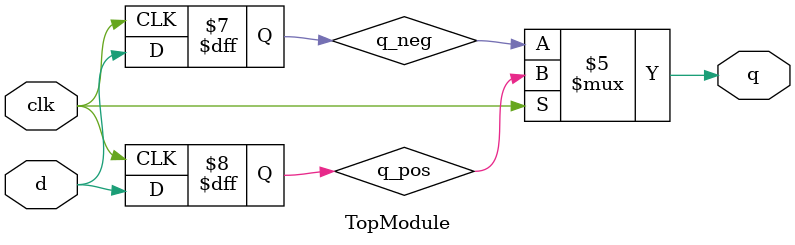
<source format=sv>

module TopModule (
  input clk,
  input d,
  output reg q
);
// Use two flip-flops, one triggered on positive edge and one on negative edge.
// Then multiplex between their outputs based on the current clock level.

reg q_pos, q_neg;

always @(posedge clk) begin
    q_pos <= d;
end

always @(negedge clk) begin
    q_neg <= d;
end

always @(*) begin
    if (clk)
        q = q_pos;
    else
        q = q_neg;
end

endmodule

</source>
